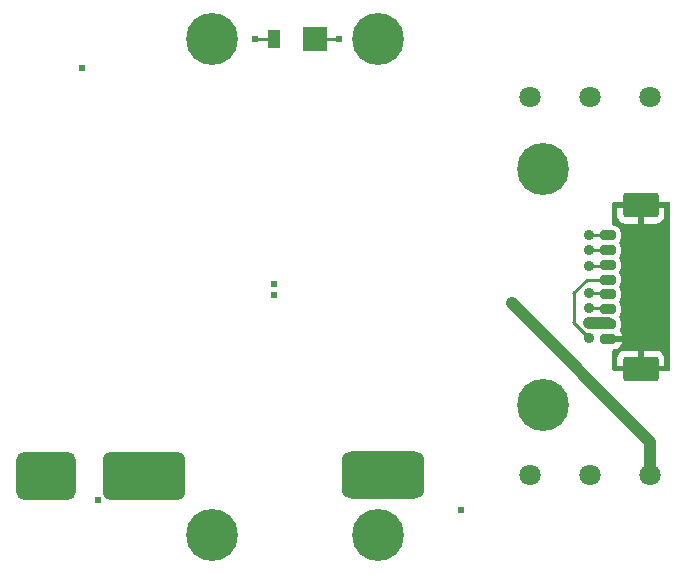
<source format=gbl>
%TF.GenerationSoftware,KiCad,Pcbnew,7.0.10-7.0.10~ubuntu22.04.1*%
%TF.CreationDate,2024-06-11T12:21:50+02:00*%
%TF.ProjectId,PQ_BotBoard,50515f42-6f74-4426-9f61-72642e6b6963,rev?*%
%TF.SameCoordinates,Original*%
%TF.FileFunction,Copper,L6,Bot*%
%TF.FilePolarity,Positive*%
%FSLAX46Y46*%
G04 Gerber Fmt 4.6, Leading zero omitted, Abs format (unit mm)*
G04 Created by KiCad (PCBNEW 7.0.10-7.0.10~ubuntu22.04.1) date 2024-06-11 12:21:50*
%MOMM*%
%LPD*%
G01*
G04 APERTURE LIST*
G04 Aperture macros list*
%AMRoundRect*
0 Rectangle with rounded corners*
0 $1 Rounding radius*
0 $2 $3 $4 $5 $6 $7 $8 $9 X,Y pos of 4 corners*
0 Add a 4 corners polygon primitive as box body*
4,1,4,$2,$3,$4,$5,$6,$7,$8,$9,$2,$3,0*
0 Add four circle primitives for the rounded corners*
1,1,$1+$1,$2,$3*
1,1,$1+$1,$4,$5*
1,1,$1+$1,$6,$7*
1,1,$1+$1,$8,$9*
0 Add four rect primitives between the rounded corners*
20,1,$1+$1,$2,$3,$4,$5,0*
20,1,$1+$1,$4,$5,$6,$7,0*
20,1,$1+$1,$6,$7,$8,$9,0*
20,1,$1+$1,$8,$9,$2,$3,0*%
G04 Aperture macros list end*
%TA.AperFunction,ComponentPad*%
%ADD10C,4.400000*%
%TD*%
%TA.AperFunction,ComponentPad*%
%ADD11C,1.800000*%
%TD*%
%TA.AperFunction,SMDPad,CuDef*%
%ADD12RoundRect,0.571429X-2.928571X-1.428571X2.928571X-1.428571X2.928571X1.428571X-2.928571X1.428571X0*%
%TD*%
%TA.AperFunction,SMDPad,CuDef*%
%ADD13RoundRect,0.800000X-2.700000X-1.200000X2.700000X-1.200000X2.700000X1.200000X-2.700000X1.200000X0*%
%TD*%
%TA.AperFunction,SMDPad,CuDef*%
%ADD14RoundRect,0.571429X-1.928571X-1.428571X1.928571X-1.428571X1.928571X1.428571X-1.928571X1.428571X0*%
%TD*%
%TA.AperFunction,SMDPad,CuDef*%
%ADD15R,1.000000X1.500000*%
%TD*%
%TA.AperFunction,SMDPad,CuDef*%
%ADD16R,2.000000X2.000000*%
%TD*%
%TA.AperFunction,SMDPad,CuDef*%
%ADD17RoundRect,0.200000X-0.450000X0.200000X-0.450000X-0.200000X0.450000X-0.200000X0.450000X0.200000X0*%
%TD*%
%TA.AperFunction,SMDPad,CuDef*%
%ADD18RoundRect,0.250001X-1.249999X0.799999X-1.249999X-0.799999X1.249999X-0.799999X1.249999X0.799999X0*%
%TD*%
%TA.AperFunction,ViaPad*%
%ADD19C,0.900000*%
%TD*%
%TA.AperFunction,ViaPad*%
%ADD20C,0.600000*%
%TD*%
%TA.AperFunction,ViaPad*%
%ADD21C,0.610000*%
%TD*%
%TA.AperFunction,Conductor*%
%ADD22C,0.254000*%
%TD*%
%TA.AperFunction,Conductor*%
%ADD23C,1.000000*%
%TD*%
%TA.AperFunction,Conductor*%
%ADD24C,0.250000*%
%TD*%
G04 APERTURE END LIST*
D10*
%TO.P,H4,1,1*%
%TO.N,GND*%
X123000000Y-47000000D03*
%TD*%
%TO.P,H1,1,1*%
%TO.N,GND*%
X95000000Y-78000000D03*
%TD*%
%TO.P,H6,1,1*%
%TO.N,GND*%
X95000000Y-36000000D03*
%TD*%
%TO.P,H3,1,1*%
%TO.N,GND*%
X123000000Y-67000000D03*
%TD*%
%TO.P,H2,1,1*%
%TO.N,GND*%
X109000000Y-78000000D03*
%TD*%
%TO.P,H5,1,1*%
%TO.N,GND*%
X109000000Y-36000000D03*
%TD*%
D11*
%TO.P,KS2,1,COM*%
%TO.N,Net-(KS1-NC)*%
X121920000Y-72899600D03*
%TO.P,KS2,2,NO*%
%TO.N,unconnected-(KS2-NO-Pad2)*%
X127000000Y-72899600D03*
%TO.P,KS2,3,NC*%
%TO.N,/KILLSWITCH+*%
X132080000Y-72899600D03*
%TD*%
D12*
%TO.P,SC1,1,-*%
%TO.N,GND*%
X89252800Y-72948800D03*
D13*
X109471200Y-72895200D03*
D14*
%TO.P,SC1,2*%
%TO.N,/SOLAR_Y*%
X80921600Y-72946000D03*
%TD*%
D15*
%TO.P,D1,1*%
%TO.N,/PH+*%
X100228400Y-35991800D03*
D16*
%TO.P,D1,2*%
%TO.N,GND*%
X103713900Y-35991800D03*
%TD*%
D17*
%TO.P,J2,1,Pin_1*%
%TO.N,/VCC_Umbilical*%
X128528000Y-52605000D03*
%TO.P,J2,2,Pin_2*%
%TO.N,/SWDIO*%
X128528000Y-53855000D03*
%TO.P,J2,3,Pin_3*%
%TO.N,/SWCLK*%
X128528000Y-55105000D03*
%TO.P,J2,4,Pin_4*%
%TO.N,/SWO*%
X128528000Y-56355000D03*
%TO.P,J2,5,Pin_5*%
%TO.N,/NRST*%
X128528000Y-57605000D03*
%TO.P,J2,6,Pin_6*%
%TO.N,/BATT+*%
X128528000Y-58855000D03*
%TO.P,J2,7,Pin_7*%
%TO.N,/BATT-*%
X128528000Y-60105000D03*
%TO.P,J2,8,Pin_8*%
%TO.N,GND*%
X128528000Y-61355000D03*
D18*
%TO.P,J2,MP,MountPin*%
X131278000Y-50055000D03*
X131278000Y-63905000D03*
%TD*%
D11*
%TO.P,KS1,1,COM*%
%TO.N,/BATT+*%
X121920000Y-40894000D03*
%TO.P,KS1,2,NO*%
%TO.N,unconnected-(KS1-NO-Pad2)*%
X127000000Y-40894000D03*
%TO.P,KS1,3,NC*%
%TO.N,Net-(KS1-NC)*%
X132080000Y-40894000D03*
%TD*%
D19*
%TO.N,/SWDIO*%
X126884800Y-53876800D03*
%TO.N,/SWCLK*%
X126884800Y-55176800D03*
%TO.N,/NRST*%
X126884800Y-57523680D03*
%TO.N,/KILLSWITCH+*%
X120345200Y-58369200D03*
%TO.N,/BATT-*%
X126884800Y-60022000D03*
%TO.N,/BATT+*%
X126884800Y-58773828D03*
%TO.N,/VCC_Umbilical*%
X126884800Y-52605000D03*
%TO.N,/SOLAR_Y*%
X80947800Y-71577200D03*
X79375000Y-74277200D03*
X82423000Y-74277200D03*
X79349600Y-71577200D03*
X82499200Y-71595600D03*
X80947800Y-74277200D03*
D20*
%TO.N,GND*%
X132943600Y-53176800D03*
X130251200Y-58155200D03*
D19*
X112166400Y-74218800D03*
D20*
X130251200Y-55655200D03*
X132943600Y-60676800D03*
X130251200Y-60655200D03*
X130251200Y-53155200D03*
D19*
X89202800Y-74269600D03*
D20*
X132943600Y-58176800D03*
D19*
X86410800Y-74269600D03*
X92052800Y-74269600D03*
D21*
X105714800Y-35991800D03*
D19*
X106781600Y-74218800D03*
X109474000Y-74218800D03*
D20*
X132943600Y-55676800D03*
D21*
%TO.N,/PH+*%
X98653600Y-35991800D03*
%TO.N,/VCC_MAG*%
X100243000Y-56747000D03*
X116078000Y-75895200D03*
X85293200Y-74980800D03*
X83972400Y-38404800D03*
X100242000Y-57628000D03*
D19*
%TO.N,/SWO*%
X126884800Y-61276800D03*
%TD*%
D22*
%TO.N,/SWDIO*%
X126884800Y-53876800D02*
X128506200Y-53876800D01*
X128506200Y-53876800D02*
X128528000Y-53855000D01*
%TO.N,/SWCLK*%
X126884800Y-55176800D02*
X128456200Y-55176800D01*
X128456200Y-55176800D02*
X128528000Y-55105000D01*
%TO.N,/NRST*%
X126884800Y-57523680D02*
X126896480Y-57512000D01*
X126896480Y-57512000D02*
X128546000Y-57512000D01*
D23*
%TO.N,/KILLSWITCH+*%
X120345200Y-58369200D02*
X132080000Y-70104000D01*
X132080000Y-70104000D02*
X132080000Y-72899600D01*
%TO.N,/BATT-*%
X126884800Y-60022000D02*
X128546000Y-60022000D01*
D22*
%TO.N,/BATT+*%
X126900972Y-58790000D02*
X128546000Y-58790000D01*
X126884800Y-58773828D02*
X126900972Y-58790000D01*
D24*
%TO.N,/VCC_Umbilical*%
X126884800Y-52605000D02*
X128528000Y-52605000D01*
%TO.N,GND*%
X103378400Y-35991800D02*
X105714800Y-35991800D01*
%TO.N,/PH+*%
X100228400Y-35991800D02*
X98653600Y-35991800D01*
%TO.N,/SWO*%
X125600800Y-57480800D02*
X125584800Y-57464800D01*
X126884800Y-61276800D02*
X125584800Y-59976800D01*
X125584800Y-57464800D02*
X126694600Y-56355000D01*
X126694600Y-56355000D02*
X128528000Y-56355000D01*
X125600800Y-59960800D02*
X125600800Y-57480800D01*
X125584800Y-59976800D02*
X125600800Y-59960800D01*
%TD*%
%TA.AperFunction,Conductor*%
%TO.N,GND*%
G36*
X129265477Y-49796485D02*
G01*
X129276044Y-49805000D01*
X133284750Y-49805000D01*
X133331204Y-49779634D01*
X133357562Y-49776800D01*
X133660800Y-49776800D01*
X133727839Y-49796485D01*
X133773594Y-49849289D01*
X133784800Y-49900800D01*
X133784800Y-63952800D01*
X133765115Y-64019839D01*
X133712311Y-64065594D01*
X133660800Y-64076800D01*
X129008800Y-64076800D01*
X128941761Y-64057115D01*
X128896006Y-64004311D01*
X128884800Y-63952800D01*
X128884800Y-63655000D01*
X129278000Y-63655000D01*
X131028000Y-63655000D01*
X131028000Y-62355000D01*
X131528000Y-62355000D01*
X131528000Y-63655000D01*
X133278000Y-63655000D01*
X133278000Y-63055027D01*
X133277999Y-63055014D01*
X133267506Y-62952310D01*
X133267505Y-62952303D01*
X133212358Y-62785881D01*
X133212356Y-62785876D01*
X133120315Y-62636655D01*
X132996344Y-62512684D01*
X132847123Y-62420643D01*
X132847118Y-62420641D01*
X132680696Y-62365494D01*
X132680689Y-62365493D01*
X132577985Y-62355000D01*
X131528000Y-62355000D01*
X131028000Y-62355000D01*
X129978014Y-62355000D01*
X129875310Y-62365493D01*
X129875303Y-62365494D01*
X129708881Y-62420641D01*
X129708876Y-62420643D01*
X129559655Y-62512684D01*
X129435684Y-62636655D01*
X129343643Y-62785876D01*
X129343641Y-62785881D01*
X129288494Y-62952303D01*
X129288493Y-62952310D01*
X129278000Y-63055014D01*
X129278000Y-63655000D01*
X128884800Y-63655000D01*
X128884800Y-62378999D01*
X128904485Y-62311960D01*
X128957289Y-62266205D01*
X129008800Y-62254999D01*
X129034581Y-62254999D01*
X129105102Y-62248591D01*
X129105107Y-62248590D01*
X129267396Y-62198018D01*
X129412877Y-62110072D01*
X129533072Y-61989877D01*
X129621019Y-61844395D01*
X129671590Y-61682106D01*
X129678000Y-61611572D01*
X129678000Y-61605000D01*
X128884800Y-61605000D01*
X128884800Y-61105000D01*
X129677999Y-61105000D01*
X129677999Y-61098417D01*
X129671591Y-61027897D01*
X129671590Y-61027892D01*
X129621018Y-60865603D01*
X129533072Y-60720122D01*
X129528446Y-60714217D01*
X129530733Y-60712424D01*
X129503695Y-60662907D01*
X129508679Y-60593215D01*
X129510300Y-60589096D01*
X129557672Y-60474730D01*
X129563044Y-60461762D01*
X129578500Y-60344361D01*
X129578499Y-59865640D01*
X129578499Y-59865636D01*
X129563046Y-59748246D01*
X129563044Y-59748241D01*
X129563044Y-59748238D01*
X129502536Y-59602159D01*
X129502535Y-59602157D01*
X129466723Y-59555487D01*
X129441528Y-59490318D01*
X129455566Y-59421873D01*
X129466723Y-59404513D01*
X129502535Y-59357842D01*
X129502534Y-59357842D01*
X129502536Y-59357841D01*
X129563044Y-59211762D01*
X129578500Y-59094361D01*
X129578499Y-58615640D01*
X129578499Y-58615636D01*
X129563046Y-58498246D01*
X129563044Y-58498241D01*
X129563044Y-58498238D01*
X129502536Y-58352159D01*
X129502535Y-58352157D01*
X129466723Y-58305487D01*
X129441528Y-58240318D01*
X129455566Y-58171873D01*
X129466723Y-58154513D01*
X129502535Y-58107842D01*
X129502534Y-58107842D01*
X129502536Y-58107841D01*
X129563044Y-57961762D01*
X129578500Y-57844361D01*
X129578499Y-57365640D01*
X129578499Y-57365636D01*
X129563046Y-57248246D01*
X129563044Y-57248241D01*
X129563044Y-57248238D01*
X129502536Y-57102159D01*
X129502535Y-57102157D01*
X129466723Y-57055487D01*
X129441528Y-56990318D01*
X129455566Y-56921873D01*
X129466723Y-56904513D01*
X129502535Y-56857842D01*
X129502534Y-56857842D01*
X129502536Y-56857841D01*
X129563044Y-56711762D01*
X129578500Y-56594361D01*
X129578499Y-56115640D01*
X129578499Y-56115636D01*
X129563046Y-55998246D01*
X129563044Y-55998241D01*
X129563044Y-55998238D01*
X129502536Y-55852159D01*
X129502535Y-55852157D01*
X129466723Y-55805487D01*
X129441528Y-55740318D01*
X129455566Y-55671873D01*
X129466723Y-55654513D01*
X129502535Y-55607842D01*
X129502534Y-55607842D01*
X129502536Y-55607841D01*
X129563044Y-55461762D01*
X129578500Y-55344361D01*
X129578499Y-54865640D01*
X129578499Y-54865636D01*
X129563046Y-54748246D01*
X129563044Y-54748241D01*
X129563044Y-54748238D01*
X129528187Y-54664086D01*
X129502538Y-54602163D01*
X129502535Y-54602157D01*
X129466723Y-54555487D01*
X129441528Y-54490318D01*
X129455566Y-54421873D01*
X129466723Y-54404513D01*
X129466887Y-54404300D01*
X129502536Y-54357841D01*
X129563044Y-54211762D01*
X129578500Y-54094361D01*
X129578499Y-53615640D01*
X129578499Y-53615636D01*
X129563046Y-53498246D01*
X129563044Y-53498241D01*
X129563044Y-53498238D01*
X129531406Y-53421857D01*
X129502538Y-53352163D01*
X129502535Y-53352157D01*
X129466723Y-53305487D01*
X129441528Y-53240318D01*
X129455566Y-53171873D01*
X129466723Y-53154513D01*
X129502535Y-53107842D01*
X129502534Y-53107842D01*
X129502536Y-53107841D01*
X129563044Y-52961762D01*
X129578500Y-52844361D01*
X129578499Y-52365640D01*
X129578499Y-52365636D01*
X129563046Y-52248246D01*
X129563044Y-52248241D01*
X129563044Y-52248238D01*
X129502536Y-52102159D01*
X129406282Y-51976718D01*
X129280841Y-51880464D01*
X129134762Y-51819956D01*
X129134760Y-51819955D01*
X129017370Y-51804501D01*
X129017367Y-51804500D01*
X129017361Y-51804500D01*
X129017354Y-51804500D01*
X129008800Y-51804500D01*
X128941761Y-51784815D01*
X128896006Y-51732011D01*
X128884800Y-51680500D01*
X128884800Y-50305000D01*
X129278000Y-50305000D01*
X129278000Y-50904985D01*
X129288493Y-51007689D01*
X129288494Y-51007696D01*
X129343641Y-51174118D01*
X129343643Y-51174123D01*
X129435684Y-51323344D01*
X129559655Y-51447315D01*
X129708876Y-51539356D01*
X129708881Y-51539358D01*
X129875303Y-51594505D01*
X129875310Y-51594506D01*
X129978014Y-51604999D01*
X129978027Y-51605000D01*
X131028000Y-51605000D01*
X131028000Y-50305000D01*
X131528000Y-50305000D01*
X131528000Y-51605000D01*
X132577973Y-51605000D01*
X132577985Y-51604999D01*
X132680689Y-51594506D01*
X132680696Y-51594505D01*
X132847118Y-51539358D01*
X132847123Y-51539356D01*
X132996344Y-51447315D01*
X133120315Y-51323344D01*
X133212356Y-51174123D01*
X133212358Y-51174118D01*
X133267505Y-51007696D01*
X133267506Y-51007689D01*
X133277999Y-50904985D01*
X133278000Y-50904972D01*
X133278000Y-50305000D01*
X131528000Y-50305000D01*
X131028000Y-50305000D01*
X129278000Y-50305000D01*
X128884800Y-50305000D01*
X128884800Y-49900800D01*
X128904485Y-49833761D01*
X128957289Y-49788006D01*
X129008800Y-49776800D01*
X129198438Y-49776800D01*
X129265477Y-49796485D01*
G37*
%TD.AperFunction*%
%TD*%
M02*

</source>
